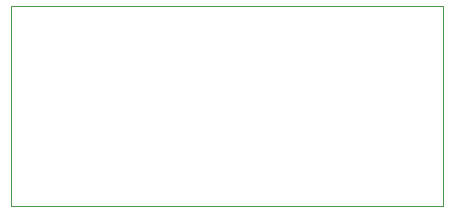
<source format=gbr>
%TF.GenerationSoftware,KiCad,Pcbnew,9.0.4*%
%TF.CreationDate,2025-09-21T01:41:51-07:00*%
%TF.ProjectId,Wilkinson PD,57696c6b-696e-4736-9f6e-2050442e6b69,rev?*%
%TF.SameCoordinates,Original*%
%TF.FileFunction,Profile,NP*%
%FSLAX46Y46*%
G04 Gerber Fmt 4.6, Leading zero omitted, Abs format (unit mm)*
G04 Created by KiCad (PCBNEW 9.0.4) date 2025-09-21 01:41:51*
%MOMM*%
%LPD*%
G01*
G04 APERTURE LIST*
%TA.AperFunction,Profile*%
%ADD10C,0.100000*%
%TD*%
G04 APERTURE END LIST*
D10*
X145000000Y-69500000D02*
X181500000Y-69500000D01*
X181500000Y-86500000D01*
X145000000Y-86500000D01*
X145000000Y-69500000D01*
M02*

</source>
